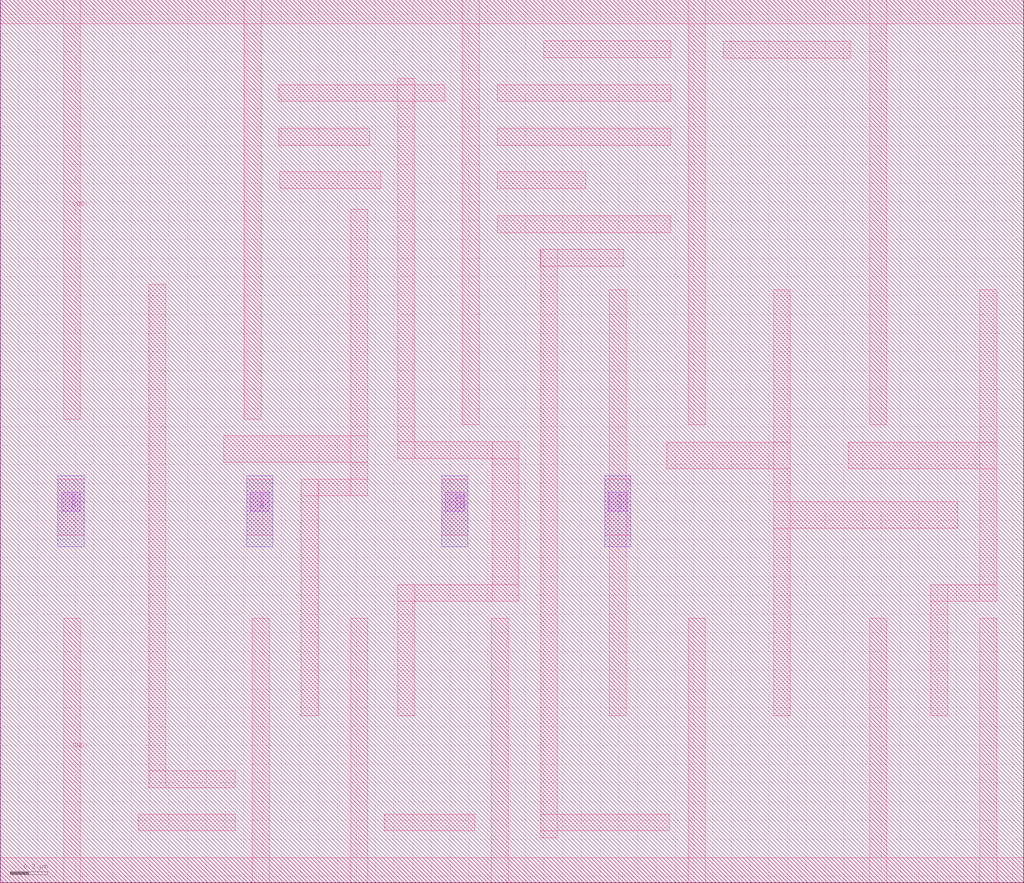
<source format=lef>
NAMESCASESENSITIVE ON ;
BUSBITCHARS "[]" ;

UNITS
  DATABASE MICRONS 1000 ;
END UNITS

MANUFACTURINGGRID 0.001 ;

DIVIDERCHAR "/" ;

LAYER M1
  TYPE ROUTING ;
  DIRECTION HORIZONTAL ;
  PITCH 0.26 0.26 ;
  WIDTH 0.14 ;
  AREA 0.042 ;
  SPACING 0.09 ;
  SPACING 0.19 RANGE 1.76 4 ;
  SPACING 0.29 RANGE 4 8 ;
  SPACING 1.05 RANGE 8 25 ;
  SPACING 1.85 RANGE 25 100000 ;
END M1

LAYER V1
  TYPE CUT ;
END V1

LAYER M2
  TYPE ROUTING ;
  DIRECTION VERTICAL ;
  PITCH 0.26 0.26 ;
  WIDTH 0.14 ;
  AREA 0.052 ;
  SPACING 0.1 ;
  SPACING 0.19 RANGE 1.76 4 ;
  SPACING 0.29 RANGE 4 8 ;
  SPACING 1.05 RANGE 8 25 ;
  SPACING 1.85 RANGE 25 100000 ;
END M2

LAYER V2
  TYPE CUT ;
END V2

LAYER M3
  TYPE ROUTING ;
  DIRECTION HORIZONTAL ;
  PITCH 0.26 0.26 ;
  WIDTH 0.14 ;
  AREA 0.052 ;
  SPACING 0.1 ;
  SPACING 0.19 RANGE 1.76 4 ;
  SPACING 0.29 RANGE 4 8 ;
  SPACING 1.05 RANGE 8 25 ;
  SPACING 1.85 RANGE 25 100000 ;
END M3

LAYER V3
  TYPE CUT ;
END V3

LAYER M4
  TYPE ROUTING ;
  DIRECTION VERTICAL ;
  PITCH 0.26 0.26 ;
  WIDTH 0.14 ;
  AREA 0.052 ;
  SPACING 0.1 ;
  SPACING 0.19 RANGE 1.76 4 ;
  SPACING 0.29 RANGE 4 8 ;
  SPACING 1.05 RANGE 8 25 ;
  SPACING 1.85 RANGE 25 100000 ;
END M4

LAYER V4
  TYPE CUT ;
END V4

LAYER M5
  TYPE ROUTING ;
  DIRECTION HORIZONTAL ;
  PITCH 0.26 0.26 ;
  WIDTH 0.14 ;
  AREA 0.052 ;
  SPACING 0.1 ;
  SPACING 0.19 RANGE 1.76 4 ;
  SPACING 0.29 RANGE 4 8 ;
  SPACING 1.05 RANGE 8 25 ;
  SPACING 1.85 RANGE 25 100000 ;
END M5

LAYER V5
  TYPE CUT ;
END V5

LAYER M6
  TYPE ROUTING ;
  DIRECTION VERTICAL ;
  PITCH 0.26 0.26 ;
  WIDTH 0.14 ;
  AREA 0.052 ;
  SPACING 0.1 ;
  SPACING 0.19 RANGE 1.76 4 ;
  SPACING 0.29 RANGE 4 8 ;
  SPACING 1.05 RANGE 8 25 ;
  SPACING 1.85 RANGE 25 100000 ;
  END M6

LAYER OVERLAP
  TYPE OVERLAP ;
END OVERLAP

SPACING
  SAMENET M1  M1    0.09 STACK ;
  SAMENET M2  M2    0.1 STACK ;
  SAMENET M3  M3    0.1 STACK ;
  SAMENET M4  M4    0.1 STACK ;
  SAMENET M5  M5    0.1 STACK ;
  SAMENET M6  M6    0.1 STACK ;
  SAMENET V1  V1    0.1 ;
  SAMENET V2  V2    0.1 ;
  SAMENET V3  V3    0.1 ;
  SAMENET V4  V4    0.1 ;
  SAMENET V5  V5    0.1 ;
  SAMENET V1  V2    0.00 STACK ;
  SAMENET V2  V3    0.00 STACK ;
  SAMENET V3  V4    0.00 STACK ;
  SAMENET V4  V5    0.00 STACK ;
  SAMENET V1  V3    0.00 STACK ;
  SAMENET V2  V4    0.00 STACK ;
  SAMENET V3  V5    0.00 STACK ;
  SAMENET V1  V4    0.00 STACK ;
  SAMENET V2  V5    0.00 STACK ;
  SAMENET V1  V5    0.00 STACK ;
END SPACING


VIA via5 DEFAULT
  LAYER M5 ;
    RECT -0.07 -0.07 0.07 0.07 ;
  LAYER V5 ;
    RECT -0.05 -0.05 0.05 0.05 ;
  LAYER M6 ;
    RECT -0.07 -0.07 0.07 0.07 ;
END via5

VIA via4 DEFAULT
  LAYER M4 ;
    RECT -0.07 -0.07 0.07 0.07 ;
  LAYER V4 ;
    RECT -0.05 -0.05 0.05 0.05 ;
  LAYER M5 ;
    RECT -0.07 -0.07 0.07 0.07 ;
END via4

VIA via3 DEFAULT
  LAYER M4 ;
    RECT -0.07 -0.07 0.07 0.07 ;
  LAYER V3 ;
    RECT -0.05 -0.05 0.05 0.05 ;
  LAYER M3 ;
    RECT -0.07 -0.07 0.07 0.07 ;
END via3

VIA via2 DEFAULT
  LAYER M3 ;
    RECT -0.07 -0.07 0.07 0.07 ;
  LAYER V2 ;
    RECT -0.05 -0.05 0.05 0.05 ;
  LAYER M2 ;
    RECT -0.07 -0.07 0.07 0.07 ;
END via2

VIA via1 DEFAULT
  LAYER M2 ;
    RECT -0.07 -0.07 0.07 0.07 ;
  LAYER V1 ;
    RECT -0.05 -0.05 0.05 0.05 ;
  LAYER M1 ;
    RECT -0.07 -0.07 0.07 0.07 ;
END via1


VIARULE via1Array GENERATE
  LAYER M1 ;
  DIRECTION HORIZONTAL ;
  OVERHANG 0.045 ;
    METALOVERHANG 0 ;
  LAYER M2 ;
  DIRECTION VERTICAL ;
    OVERHANG 0.045 ;
    METALOVERHANG 0 ;
  LAYER V1 ;
    RECT -0.05 -0.05 0.05 0.05 ;
    SPACING 0.2 BY 0.2 ;
END via1Array


VIARULE via2Array GENERATE
  LAYER M3 ;
    DIRECTION HORIZONTAL ;
    OVERHANG 0.03 ;
    METALOVERHANG 0 ;
  LAYER M2 ;
  DIRECTION VERTICAL ;
    OVERHANG 0.03 ;
    METALOVERHANG 0 ;
  LAYER V2 ;
    RECT -0.05 -0.05 0.05 0.05 ;
    SPACING 0.2 BY 0.2 ;
END via2Array


VIARULE via3Array GENERATE
  LAYER M3 ;
    DIRECTION HORIZONTAL ;
    OVERHANG 0.03 ;
    METALOVERHANG 0 ;
  LAYER M4 ;
    DIRECTION VERTICAL ;
    OVERHANG 0.03 ;
    METALOVERHANG 0 ;
  LAYER V3 ;
    RECT -0.05 -0.05 0.05 0.05 ;
    SPACING 0.2 BY 0.2 ;
END via3Array

VIARULE via4Array GENERATE
  LAYER M5 ;
    DIRECTION HORIZONTAL ;
    OVERHANG 0.03 ;
    METALOVERHANG 0 ;
  LAYER M4 ;
    DIRECTION VERTICAL ;
    OVERHANG 0.03 ;
    METALOVERHANG 0 ;
  LAYER V4 ;
    RECT -0.05 -0.05 0.05 0.05 ;
    SPACING 0.2 BY 0.2 ;
END via4Array

VIARULE via5Array GENERATE
  LAYER M5 ;
    DIRECTION HORIZONTAL ;
    OVERHANG 0.03 ;
    METALOVERHANG 0 ;
  LAYER M6 ;
    DIRECTION VERTICAL ;
    OVERHANG 0.045 ;
    METALOVERHANG 0 ;
  LAYER V5 ;
    RECT -0.05 -0.05 0.05 0.05 ;
    SPACING 0.2 BY 0.2 ;
END via5Array

VIARULE TURNM1 GENERATE
  LAYER M1 ;
    DIRECTION HORIZONTAL ;
  LAYER M1 ;
    DIRECTION VERTICAL ;
END TURNM1

VIARULE TURNM2 GENERATE
  LAYER M2 ;
    DIRECTION HORIZONTAL ;
  LAYER M2 ;
    DIRECTION VERTICAL ;
END TURNM2

VIARULE TURNM3 GENERATE
  LAYER M3 ;
    DIRECTION HORIZONTAL ;
  LAYER M3 ;
    DIRECTION VERTICAL ;
END TURNM3

VIARULE TURNM4 GENERATE
  LAYER M4 ;
    DIRECTION HORIZONTAL ;
  LAYER M4 ;
    DIRECTION VERTICAL ;
END TURNM4

VIARULE TURNM5 GENERATE
  LAYER M5 ;
    DIRECTION HORIZONTAL ;
  LAYER M5 ;
    DIRECTION VERTICAL ;
END TURNM5

VIARULE TURNM6 GENERATE
  LAYER M6 ;
    DIRECTION HORIZONTAL ;
  LAYER M6 ;
    DIRECTION VERTICAL ;
END TURNM6


SITE  CoreSite
    CLASS       CORE ;
    SYMMETRY    Y ;
    SYMMETRY    X ;
    SIZE        0.260 BY 4.71 ;
END  CoreSite

SITE  TDCoverSite
    CLASS       CORE ;
    SIZE        0.0500 BY 0.0500 ;
END  TDCoverSite

SITE  SBlockSite
    CLASS       CORE ;
    SIZE        0.0500 BY 0.0500 ;
END  SBlockSite

SITE  PortCellSite
    CLASS       PAD ;
    SIZE        0.0500 BY 0.0500 ;
END  PortCellSite

SITE  Core
    CLASS       CORE ;
    SYMMETRY    Y ;
    SYMMETRY    X ;
    SIZE        0.260 BY 4.71 ;
END  Core




MACRO AOI21
  CLASS CORE ;
  ORIGIN 0 2.033 ;
  FOREIGN AOI21 0 -2.033 ;
  SIZE 2.08 BY 4.71 ;
  SYMMETRY X Y ;
  SITE CoreSite ;
  PIN A
    DIRECTION INPUT ;
    USE SIGNAL ;
    PORT
      LAYER M1 ;
        RECT 0.86 -0.179 1 0.121 ;
      LAYER M2 ;
        RECT 0.86 -0.24 1 0.14 ;
      LAYER V1 ;
        RECT 0.88 -0.05 0.98 0.05 ;
    END
  END A
  PIN B
    DIRECTION INPUT ;
    USE SIGNAL ;
    PORT
      LAYER M1 ;
        RECT 0.348 -0.179 0.488 0.121 ;
      LAYER M2 ;
        RECT 0.348 -0.24 0.488 0.14 ;
      LAYER V1 ;
        RECT 0.368 -0.05 0.468 0.05 ;
    END
  END B
  PIN C
    DIRECTION INPUT ;
    USE SIGNAL ;
    PORT
      LAYER M1 ;
        RECT 1.372 -0.179 1.512 0.121 ;
      LAYER M2 ;
        RECT 1.372 -0.24 1.512 0.14 ;
      LAYER V1 ;
        RECT 1.392 -0.05 1.492 0.05 ;
    END
  END C
  PIN OUT
    DIRECTION OUTPUT ;
    USE SIGNAL ;
    PORT
      LAYER M1 ;
        RECT 1.655 -0.179 1.795 0.121 ;
        RECT 1.68 -0.532 1.77 1.161 ;
        RECT 1.238 -0.532 1.77 -0.442 ;
        RECT 1.238 -1.142 1.328 -0.442 ;
      LAYER M2 ;
        RECT 1.655 -0.24 1.795 0.14 ;
      LAYER V1 ;
        RECT 1.675 -0.05 1.775 0.05 ;
    END
  END OUT
  PIN GND!
    DIRECTION INOUT ;
    USE GROUND ;
    SHAPE ABUTMENT ;
    PORT
      LAYER M1 ;
        RECT 0 -2.033 2.08 -1.898 ;
        RECT 1.683 -2.033 1.773 -0.622 ;
        RECT 0.361 -2.033 0.451 -0.622 ;
    END
  END GND!
  PIN VDD!
    DIRECTION INOUT ;
    USE POWER ;
    SHAPE ABUTMENT ;
    PORT
      LAYER M1 ;
        RECT 0 2.549 2.08 2.677 ;
        RECT 0.765 0.441 0.855 2.677 ;
    END
  END VDD!
  OBS
    LAYER M1 ;
      RECT 1.278 0.261 1.368 1.161 ;
      RECT 0.375 0.261 0.465 1.161 ;
      RECT 0.375 0.261 1.368 0.351 ;
  END
  
END AOI21

MACRO AOI22
  CLASS CORE ;
  ORIGIN 0 2.033 ;
  FOREIGN AOI22 0 -2.033 ;
  SIZE 2.6 BY 4.71 ;
  SYMMETRY X Y ;
  SITE CoreSite ;
  PIN A
    DIRECTION INPUT ;
    USE SIGNAL ;
    PORT
      LAYER M1 ;
        RECT 0.86 -0.179 1 0.121 ;
      LAYER M2 ;
        RECT 0.86 -0.24 1 0.14 ;
      LAYER V1 ;
        RECT 0.88 -0.05 0.98 0.05 ;
    END
  END A
  PIN B
    DIRECTION INPUT ;
    USE SIGNAL ;
    PORT
      LAYER M1 ;
        RECT 0.348 -0.179 0.488 0.121 ;
      LAYER M2 ;
        RECT 0.348 -0.24 0.488 0.14 ;
      LAYER V1 ;
        RECT 0.368 -0.05 0.468 0.05 ;
    END
  END B
  PIN C
    DIRECTION INPUT ;
    USE SIGNAL ;
    PORT
      LAYER M1 ;
        RECT 1.372 -0.179 1.512 0.121 ;
      LAYER M2 ;
        RECT 1.372 -0.24 1.512 0.14 ;
      LAYER V1 ;
        RECT 1.392 -0.05 1.492 0.05 ;
    END
  END C
  PIN D
    DIRECTION INPUT ;
    USE SIGNAL ;
    PORT
      LAYER M1 ;
        RECT 2.154 -0.179 2.294 0.121 ;
      LAYER M2 ;
        RECT 2.154 -0.24 2.294 0.14 ;
      LAYER V1 ;
        RECT 2.174 -0.05 2.274 0.05 ;
    END
  END D
  PIN OUT
    DIRECTION OUTPUT ;
    USE SIGNAL ;
    PORT
      LAYER M1 ;
        RECT 1.643 -0.179 1.783 0.121 ;
        RECT 1.673 -0.532 1.763 1.161 ;
        RECT 1.265 -0.532 1.763 -0.442 ;
        RECT 1.265 -1.142 1.355 -0.442 ;
      LAYER M2 ;
        RECT 1.643 -0.24 1.783 0.14 ;
      LAYER V1 ;
        RECT 1.663 -0.05 1.763 0.05 ;
    END
  END OUT
  PIN GND!
    DIRECTION INOUT ;
    USE GROUND ;
    SHAPE ABUTMENT ;
    PORT
      LAYER M1 ;
        RECT 0 -2.033 2.6 -1.898 ;
        RECT 2.192 -2.033 2.282 -0.622 ;
        RECT 0.361 -2.033 0.451 -0.622 ;
    END
  END GND!
  PIN VDD!
    DIRECTION INOUT ;
    USE POWER ;
    SHAPE ABUTMENT ;
    PORT
      LAYER M1 ;
        RECT 0 2.549 2.6 2.677 ;
        RECT 0.854 0.441 0.944 2.677 ;
    END
  END VDD!
  OBS
    LAYER M1 ;
      RECT 1.292 1.993 2.307 2.083 ;
      RECT 2.217 0.441 2.307 2.083 ;
      RECT 1.292 0.258 1.382 2.083 ;
      RECT 0.369 0.258 0.459 1.161 ;
      RECT 0.369 0.258 1.382 0.348 ;
  END
  
END AOI22

MACRO DFF
  CLASS CORE ;
  ORIGIN 0 2.033 ;
  FOREIGN DFF 0 -2.033 ;
  SIZE 5.46 BY 4.71 ;
  SYMMETRY X Y ;
  SITE CoreSite ;
  PIN CLK
    DIRECTION INPUT ;
    USE SIGNAL ;
    PORT
      LAYER M1 ;
        RECT 2.355 -0.179 2.495 0.121 ;
      LAYER M2 ;
        RECT 2.355 -0.24 2.495 0.14 ;
      LAYER V1 ;
        RECT 2.375 -0.05 2.475 0.05 ;
    END
  END CLK
  PIN D
    DIRECTION INPUT ;
    USE SIGNAL ;
    PORT
      LAYER M1 ;
        RECT 0.308 -0.179 0.448 0.121 ;
      LAYER M2 ;
        RECT 0.308 -0.24 0.448 0.14 ;
      LAYER V1 ;
        RECT 0.328 -0.05 0.428 0.05 ;
    END
  END D
  PIN Q
    DIRECTION OUTPUT ;
    USE SIGNAL ;
    PORT
      LAYER M1 ;
        RECT 3.224 -0.179 3.364 0.121 ;
        RECT 3.249 -1.142 3.339 1.13 ;
      LAYER M2 ;
        RECT 3.224 -0.24 3.364 0.14 ;
      LAYER V1 ;
        RECT 3.244 -0.05 3.344 0.05 ;
    END
  END Q
  PIN R
    DIRECTION INPUT ;
    USE SIGNAL ;
    PORT
      LAYER M1 ;
        RECT 1.314 -0.179 1.454 0.121 ;
      LAYER M2 ;
        RECT 1.314 -0.24 1.454 0.14 ;
      LAYER V1 ;
        RECT 1.334 -0.05 1.434 0.05 ;
    END
  END R
  PIN GND!
    DIRECTION INOUT ;
    USE GROUND ;
    SHAPE ABUTMENT ;
    PORT
      LAYER M1 ;
        RECT 0 -2.033 5.46 -1.898 ;
        RECT 5.225 -2.033 5.315 -0.622 ;
        RECT 4.639 -2.033 4.729 -0.622 ;
        RECT 3.671 -2.033 3.761 -0.622 ;
        RECT 2.62 -2.033 2.71 -0.622 ;
        RECT 1.869 -2.033 1.959 -0.622 ;
        RECT 1.344 -2.033 1.434 -0.622 ;
        RECT 0.338 -2.033 0.428 -0.622 ;
    END
  END GND!
  PIN VDD!
    DIRECTION INOUT ;
    USE POWER ;
    SHAPE ABUTMENT ;
    PORT
      LAYER M1 ;
        RECT 0 2.549 5.46 2.677 ;
        RECT 4.639 0.41 4.729 2.677 ;
        RECT 3.671 0.41 3.761 2.677 ;
        RECT 2.465 0.41 2.555 2.677 ;
        RECT 1.301 0.441 1.391 2.677 ;
        RECT 0.338 0.441 0.428 2.677 ;
    END
  END VDD!
  OBS
    LAYER M1 ;
      RECT 5.225 -0.532 5.315 1.13 ;
      RECT 4.524 0.177 5.315 0.317 ;
      RECT 4.963 -0.532 5.315 -0.442 ;
      RECT 4.963 -1.142 5.053 -0.442 ;
      RECT 4.125 -1.142 4.215 1.13 ;
      RECT 3.556 0.177 4.215 0.317 ;
      RECT 4.125 -0.141 5.108 -0.001 ;
      RECT 2.881 1.256 3.327 1.346 ;
      RECT 2.882 -1.791 2.972 1.346 ;
      RECT 2.882 -1.756 3.569 -1.666 ;
      RECT 2.12 0.23 2.21 2.26 ;
      RECT 1.485 2.135 2.37 2.225 ;
      RECT 2.12 0.23 2.765 0.32 ;
      RECT 2.625 -0.532 2.765 0.32 ;
      RECT 2.12 -0.532 2.765 -0.442 ;
      RECT 2.12 -1.142 2.21 -0.442 ;
      RECT 1.869 0.031 1.959 1.561 ;
      RECT 1.191 0.211 1.959 0.351 ;
      RECT 1.606 0.031 1.959 0.121 ;
      RECT 1.606 -1.142 1.696 0.121 ;
      RECT 0.792 -1.526 0.882 1.161 ;
      RECT 0.792 -1.526 1.254 -1.436 ;
      RECT 3.857 2.367 4.534 2.457 ;
      RECT 2.65 1.436 3.577 1.526 ;
      RECT 2.65 1.902 3.577 1.992 ;
      RECT 2.65 2.135 3.577 2.225 ;
      RECT 2.9 2.368 3.577 2.458 ;
      RECT 2.65 1.669 3.123 1.759 ;
      RECT 2.049 -1.756 2.53 -1.666 ;
      RECT 1.49 1.669 2.03 1.759 ;
      RECT 1.485 1.902 1.971 1.992 ;
      RECT 0.737 -1.756 1.254 -1.666 ;
  END
  
END DFF

MACRO INVERTER
  CLASS CORE ;
  ORIGIN 0 2.033 ;
  FOREIGN INVERTER 0 -2.033 ;
  SIZE 1.04 BY 4.71 ;
  SYMMETRY X Y ;
  SITE CoreSite ;
  PIN IN
    DIRECTION INPUT ;
    USE SIGNAL ;
    PORT
      LAYER M1 ;
        RECT 0.348 -0.179 0.488 0.121 ;
      LAYER M2 ;
        RECT 0.348 -0.24 0.488 0.14 ;
      LAYER V1 ;
        RECT 0.368 -0.05 0.468 0.05 ;
    END
  END IN
  PIN OUT
    DIRECTION OUTPUT ;
    USE SIGNAL ;
    PORT
      LAYER M1 ;
        RECT 0.621 -0.179 0.761 0.121 ;
        RECT 0.646 -1.142 0.736 1.161 ;
      LAYER M2 ;
        RECT 0.621 -0.24 0.761 0.14 ;
      LAYER V1 ;
        RECT 0.641 -0.05 0.741 0.05 ;
    END
  END OUT
  PIN GND!
    DIRECTION INOUT ;
    USE GROUND ;
    SHAPE ABUTMENT ;
    PORT
      LAYER M1 ;
        RECT 0 -2.033 1.04 -1.898 ;
        RECT 0.341 -2.033 0.431 -0.622 ;
    END
  END GND!
  PIN VDD!
    DIRECTION INOUT ;
    USE POWER ;
    SHAPE ABUTMENT ;
    PORT
      LAYER M1 ;
        RECT 0 2.549 1.04 2.677 ;
        RECT 0.341 0.441 0.431 2.677 ;
    END
  END VDD!
  
END INVERTER

MACRO MUX21
  CLASS CORE ;
  ORIGIN 0 1.823 ;
  FOREIGN MUX21 0 -1.823 ;
  SIZE 3.12 BY 4.5 ;
  SYMMETRY X Y ;
  SITE CoreSite ;
  PIN A
    DIRECTION INPUT ;
    USE SIGNAL ;
    PORT
      LAYER M1 ;
        RECT 1.133 -0.107 1.319 0.121 ;
      LAYER M2 ;
        RECT 1.133 -0.14 1.319 0.14 ;
      LAYER V1 ;
        RECT 1.15 -0.05 1.25 0.05 ;
    END
  END A
  PIN B
    DIRECTION INPUT ;
    USE SIGNAL ;
    PORT
      LAYER M1 ;
        RECT 2.156 -0.107 2.342 0.121 ;
      LAYER M2 ;
        RECT 2.156 -0.14 2.342 0.14 ;
      LAYER V1 ;
        RECT 2.173 -0.05 2.273 0.05 ;
    END
  END B
  PIN OUT
    DIRECTION OUTPUT ;
    USE SIGNAL ;
    PORT
      LAYER M1 ;
        RECT 2.696 -0.107 2.882 0.121 ;
        RECT 2.705 -0.931 2.795 1.161 ;
      LAYER M2 ;
        RECT 2.696 -0.14 2.882 0.14 ;
      LAYER V1 ;
        RECT 2.696 -0.05 2.796 0.05 ;
    END
  END OUT
  PIN S
    DIRECTION INPUT ;
    USE SIGNAL ;
    PORT
      LAYER M1 ;
        RECT 0.621 -0.107 0.807 0.121 ;
      LAYER M2 ;
        RECT 0.621 -0.14 0.807 0.14 ;
      LAYER V1 ;
        RECT 0.638 -0.05 0.738 0.05 ;
    END
  END S
  PIN GND!
    DIRECTION INOUT ;
    USE GROUND ;
    SHAPE ABUTMENT ;
    PORT
      LAYER M1 ;
        RECT 0 -1.823 3.12 -1.688 ;
        RECT 2.282 -1.823 2.372 -0.411 ;
        RECT 0.754 -1.823 0.844 -0.411 ;
    END
  END GND!
  PIN VDD!
    DIRECTION INOUT ;
    USE POWER ;
    SHAPE ABUTMENT ;
    PORT
      LAYER M1 ;
        RECT 0 2.549 3.12 2.677 ;
        RECT 2.276 0.441 2.366 2.677 ;
        RECT 0.856 0.441 0.946 2.677 ;
    END
  END VDD!
  OBS
    LAYER M1 ;
      RECT 1.698 -1.515 1.788 1.161 ;
      RECT 0.369 -1.433 0.459 2.062 ;
  END
  
END MUX21

MACRO NAND2
  CLASS CORE ;
  ORIGIN 0 2.033 ;
  FOREIGN NAND2 0 -2.033 ;
  SIZE 1.56 BY 4.71 ;
  SYMMETRY X Y ;
  SITE CoreSite ;
  PIN A
    DIRECTION INPUT ;
    USE SIGNAL ;
    PORT
      LAYER M1 ;
        RECT 0.799 -0.179 0.939 0.121 ;
      LAYER M2 ;
        RECT 0.799 -0.24 0.939 0.14 ;
      LAYER V1 ;
        RECT 0.819 -0.05 0.919 0.05 ;
    END
  END A
  PIN B
    DIRECTION INPUT ;
    USE SIGNAL ;
    PORT
      LAYER M1 ;
        RECT 0.348 -0.179 0.488 0.121 ;
      LAYER M2 ;
        RECT 0.348 -0.24 0.488 0.14 ;
      LAYER V1 ;
        RECT 0.368 -0.05 0.468 0.05 ;
    END
  END B
  PIN OUT
    DIRECTION OUTPUT ;
    USE SIGNAL ;
    PORT
      LAYER M1 ;
        RECT 1.082 -0.179 1.222 0.121 ;
        RECT 1.103 -1.142 1.193 1.131 ;
        RECT 0.341 0.211 1.193 0.301 ;
        RECT 0.341 0.211 0.431 1.131 ;
      LAYER M2 ;
        RECT 1.082 -0.24 1.222 0.14 ;
      LAYER V1 ;
        RECT 1.102 -0.05 1.202 0.05 ;
    END
  END OUT
  PIN GND!
    DIRECTION INOUT ;
    USE GROUND ;
    SHAPE ABUTMENT ;
    PORT
      LAYER M1 ;
        RECT 0 -2.033 1.56 -1.898 ;
        RECT 0.341 -2.033 0.431 -0.622 ;
    END
  END GND!
  PIN VDD!
    DIRECTION INOUT ;
    USE POWER ;
    SHAPE ABUTMENT ;
    PORT
      LAYER M1 ;
        RECT 0 2.549 1.56 2.677 ;
        RECT 0.725 0.411 0.815 2.677 ;
    END
  END VDD!
  
END NAND2

MACRO NAND3
  CLASS CORE ;
  ORIGIN 0 2.033 ;
  FOREIGN NAND3 0 -2.033 ;
  SIZE 2.08 BY 4.71 ;
  SYMMETRY X Y ;
  SITE CoreSite ;
  PIN A
    DIRECTION INPUT ;
    USE SIGNAL ;
    PORT
      LAYER M1 ;
        RECT 1.372 -0.179 1.512 0.121 ;
      LAYER M2 ;
        RECT 1.372 -0.24 1.512 0.14 ;
      LAYER V1 ;
        RECT 1.392 -0.05 1.492 0.05 ;
    END
  END A
  PIN B
    DIRECTION INPUT ;
    USE SIGNAL ;
    PORT
      LAYER M1 ;
        RECT 0.86 -0.179 1 0.121 ;
      LAYER M2 ;
        RECT 0.86 -0.24 1 0.14 ;
      LAYER V1 ;
        RECT 0.88 -0.05 0.98 0.05 ;
    END
  END B
  PIN C
    DIRECTION INPUT ;
    USE SIGNAL ;
    PORT
      LAYER M1 ;
        RECT 0.348 -0.179 0.488 0.121 ;
      LAYER M2 ;
        RECT 0.348 -0.24 0.488 0.14 ;
      LAYER V1 ;
        RECT 0.368 -0.05 0.468 0.05 ;
    END
  END C
  PIN OUT
    DIRECTION OUTPUT ;
    USE SIGNAL ;
    PORT
      LAYER M1 ;
        RECT 1.655 -0.179 1.795 0.121 ;
        RECT 1.679 -1.142 1.769 1.161 ;
        RECT 0.85 0.211 1.769 0.301 ;
        RECT 0.85 0.211 0.94 1.161 ;
      LAYER M2 ;
        RECT 1.655 -0.24 1.795 0.14 ;
      LAYER V1 ;
        RECT 1.675 -0.05 1.775 0.05 ;
    END
  END OUT
  PIN GND!
    DIRECTION INOUT ;
    USE GROUND ;
    SHAPE ABUTMENT ;
    PORT
      LAYER M1 ;
        RECT 0 -2.033 2.08 -1.898 ;
        RECT 0.377 -2.033 0.467 -0.622 ;
    END
  END GND!
  PIN VDD!
    DIRECTION INOUT ;
    USE POWER ;
    SHAPE ABUTMENT ;
    PORT
      LAYER M1 ;
        RECT 0 2.549 2.08 2.677 ;
        RECT 1.239 0.441 1.329 2.677 ;
        RECT 0.369 0.441 0.459 2.677 ;
    END
  END VDD!
  
END NAND3

MACRO NAND4
  CLASS CORE ;
  ORIGIN 0 2.033 ;
  FOREIGN NAND4 0 -2.033 ;
  SIZE 2.6 BY 4.71 ;
  SYMMETRY X Y ;
  SITE CoreSite ;
  PIN A
    DIRECTION INPUT ;
    USE SIGNAL ;
    PORT
      LAYER M1 ;
        RECT 1.884 -0.179 2.024 0.121 ;
      LAYER M2 ;
        RECT 1.884 -0.24 2.024 0.14 ;
      LAYER V1 ;
        RECT 1.904 -0.05 2.004 0.05 ;
    END
  END A
  PIN B
    DIRECTION INPUT ;
    USE SIGNAL ;
    PORT
      LAYER M1 ;
        RECT 1.372 -0.179 1.512 0.121 ;
      LAYER M2 ;
        RECT 1.372 -0.24 1.512 0.14 ;
      LAYER V1 ;
        RECT 1.392 -0.05 1.492 0.05 ;
    END
  END B
  PIN C
    DIRECTION INPUT ;
    USE SIGNAL ;
    PORT
      LAYER M1 ;
        RECT 0.86 -0.179 1 0.121 ;
      LAYER M2 ;
        RECT 0.86 -0.24 1 0.14 ;
      LAYER V1 ;
        RECT 0.88 -0.05 0.98 0.05 ;
    END
  END C
  PIN D
    DIRECTION INPUT ;
    USE SIGNAL ;
    PORT
      LAYER M1 ;
        RECT 0.348 -0.179 0.488 0.121 ;
      LAYER M2 ;
        RECT 0.348 -0.24 0.488 0.14 ;
      LAYER V1 ;
        RECT 0.368 -0.05 0.468 0.05 ;
    END
  END D
  PIN OUT
    DIRECTION OUTPUT ;
    USE SIGNAL ;
    PORT
      LAYER M1 ;
        RECT 2.167 -0.179 2.307 0.121 ;
        RECT 0.854 0.211 2.282 0.301 ;
        RECT 2.192 -1.142 2.282 0.301 ;
        RECT 1.747 0.211 1.837 1.161 ;
        RECT 0.854 0.211 0.944 1.161 ;
      LAYER M2 ;
        RECT 2.167 -0.24 2.307 0.14 ;
      LAYER V1 ;
        RECT 2.187 -0.05 2.287 0.05 ;
    END
  END OUT
  PIN GND!
    DIRECTION INOUT ;
    USE GROUND ;
    SHAPE ABUTMENT ;
    PORT
      LAYER M1 ;
        RECT 0 -2.033 2.6 -1.898 ;
        RECT 0.377 -2.033 0.467 -0.622 ;
    END
  END GND!
  PIN VDD!
    DIRECTION INOUT ;
    USE POWER ;
    SHAPE ABUTMENT ;
    PORT
      LAYER M1 ;
        RECT 0 2.549 2.6 2.677 ;
        RECT 2.212 0.441 2.302 2.677 ;
        RECT 1.365 0.441 1.455 2.677 ;
        RECT 0.369 0.441 0.459 2.677 ;
    END
  END VDD!
  
END NAND4

MACRO NOR2
  CLASS CORE ;
  ORIGIN 0 2.033 ;
  FOREIGN NOR2 0 -2.033 ;
  SIZE 1.56 BY 4.71 ;
  SYMMETRY X Y ;
  SITE CoreSite ;
  PIN A
    DIRECTION INPUT ;
    USE SIGNAL ;
    PORT
      LAYER M1 ;
        RECT 0.348 -0.179 0.488 0.121 ;
      LAYER M2 ;
        RECT 0.348 -0.24 0.488 0.14 ;
      LAYER V1 ;
        RECT 0.368 -0.05 0.468 0.05 ;
    END
  END A
  PIN B
    DIRECTION INPUT ;
    USE SIGNAL ;
    PORT
      LAYER M1 ;
        RECT 0.799 -0.179 0.939 0.121 ;
      LAYER M2 ;
        RECT 0.799 -0.24 0.939 0.14 ;
      LAYER V1 ;
        RECT 0.819 -0.05 0.919 0.05 ;
    END
  END B
  PIN OUT
    DIRECTION OUTPUT ;
    USE SIGNAL ;
    PORT
      LAYER M1 ;
        RECT 1.084 -0.179 1.224 0.121 ;
        RECT 1.102 -1.142 1.192 1.161 ;
        RECT 0.341 -0.532 1.192 -0.442 ;
        RECT 0.341 -1.142 0.431 -0.442 ;
      LAYER M2 ;
        RECT 1.084 -0.24 1.224 0.14 ;
      LAYER V1 ;
        RECT 1.102 -0.05 1.202 0.05 ;
    END
  END OUT
  PIN GND!
    DIRECTION INOUT ;
    USE GROUND ;
    SHAPE ABUTMENT ;
    PORT
      LAYER M1 ;
        RECT 0 -2.033 1.56 -1.898 ;
        RECT 0.726 -2.033 0.816 -0.622 ;
    END
  END GND!
  PIN VDD!
    DIRECTION INOUT ;
    USE POWER ;
    SHAPE ABUTMENT ;
    PORT
      LAYER M1 ;
        RECT 0 2.549 1.56 2.677 ;
        RECT 0.341 0.441 0.431 2.677 ;
    END
  END VDD!
  
END NOR2

MACRO NOR3
  CLASS CORE ;
  ORIGIN 0 2.033 ;
  FOREIGN NOR3 0 -2.033 ;
  SIZE 2.08 BY 4.71 ;
  SYMMETRY X Y ;
  SITE CoreSite ;
  PIN A
    DIRECTION INPUT ;
    USE SIGNAL ;
    PORT
      LAYER M1 ;
        RECT 0.348 -0.179 0.488 0.121 ;
      LAYER M2 ;
        RECT 0.348 -0.24 0.488 0.14 ;
      LAYER V1 ;
        RECT 0.368 -0.05 0.468 0.05 ;
    END
  END A
  PIN B
    DIRECTION INPUT ;
    USE SIGNAL ;
    PORT
      LAYER M1 ;
        RECT 0.86 -0.179 1 0.121 ;
      LAYER M2 ;
        RECT 0.86 -0.24 1 0.14 ;
      LAYER V1 ;
        RECT 0.88 -0.05 0.98 0.05 ;
    END
  END B
  PIN C
    DIRECTION INPUT ;
    USE SIGNAL ;
    PORT
      LAYER M1 ;
        RECT 1.372 -0.179 1.512 0.121 ;
      LAYER M2 ;
        RECT 1.372 -0.24 1.512 0.14 ;
      LAYER V1 ;
        RECT 1.392 -0.05 1.492 0.05 ;
    END
  END C
  PIN OUT
    DIRECTION OUTPUT ;
    USE SIGNAL ;
    PORT
      LAYER M1 ;
        RECT 1.655 -0.179 1.795 0.121 ;
        RECT 1.68 -1.142 1.77 1.161 ;
        RECT 0.856 -0.532 1.77 -0.442 ;
        RECT 0.856 -1.139 0.946 -0.442 ;
      LAYER M2 ;
        RECT 1.655 -0.24 1.795 0.14 ;
      LAYER V1 ;
        RECT 1.675 -0.05 1.775 0.05 ;
    END
  END OUT
  PIN GND!
    DIRECTION INOUT ;
    USE GROUND ;
    SHAPE ABUTMENT ;
    PORT
      LAYER M1 ;
        RECT 0 -2.033 2.08 -1.898 ;
        RECT 1.24 -2.033 1.33 -0.622 ;
        RECT 0.377 -2.033 0.467 -0.622 ;
    END
  END GND!
  PIN VDD!
    DIRECTION INOUT ;
    USE POWER ;
    SHAPE ABUTMENT ;
    PORT
      LAYER M1 ;
        RECT 0 2.549 2.08 2.677 ;
        RECT 0.369 0.441 0.459 2.677 ;
    END
  END VDD!
  
END NOR3

MACRO OAI21
  CLASS CORE ;
  ORIGIN 0 2.033 ;
  FOREIGN OAI21 0 -2.033 ;
  SIZE 2.08 BY 4.71 ;
  SYMMETRY X Y ;
  SITE CoreSite ;
  PIN A
    DIRECTION INPUT ;
    USE SIGNAL ;
    PORT
      LAYER M1 ;
        RECT 0.348 -0.179 0.488 0.121 ;
      LAYER M2 ;
        RECT 0.348 -0.24 0.488 0.14 ;
      LAYER V1 ;
        RECT 0.368 -0.05 0.468 0.05 ;
    END
  END A
  PIN B
    DIRECTION INPUT ;
    USE SIGNAL ;
    PORT
      LAYER M1 ;
        RECT 0.86 -0.179 1 0.121 ;
      LAYER M2 ;
        RECT 0.86 -0.24 1 0.14 ;
      LAYER V1 ;
        RECT 0.88 -0.05 0.98 0.05 ;
    END
  END B
  PIN C
    DIRECTION INPUT ;
    USE SIGNAL ;
    PORT
      LAYER M1 ;
        RECT 1.372 -0.179 1.512 0.121 ;
      LAYER M2 ;
        RECT 1.372 -0.24 1.512 0.14 ;
      LAYER V1 ;
        RECT 1.392 -0.05 1.492 0.05 ;
    END
  END C
  PIN OUT
    DIRECTION OUTPUT ;
    USE SIGNAL ;
    PORT
      LAYER M1 ;
        RECT 1.655 -0.107 1.795 0.121 ;
        RECT 1.269 0.211 1.77 0.301 ;
        RECT 1.68 -1.142 1.77 0.301 ;
        RECT 1.269 0.211 1.359 1.161 ;
      LAYER M2 ;
        RECT 1.655 -0.24 1.795 0.14 ;
      LAYER V1 ;
        RECT 1.675 -0.05 1.775 0.05 ;
    END
  END OUT
  PIN GND!
    DIRECTION INOUT ;
    USE GROUND ;
    SHAPE ABUTMENT ;
    PORT
      LAYER M1 ;
        RECT 0 -2.033 2.08 -1.898 ;
        RECT 0.854 -2.033 0.944 -0.622 ;
    END
  END GND!
  PIN VDD!
    DIRECTION INOUT ;
    USE POWER ;
    SHAPE ABUTMENT ;
    PORT
      LAYER M1 ;
        RECT 0 2.549 2.08 2.677 ;
        RECT 1.701 0.441 1.791 2.677 ;
        RECT 0.369 0.441 0.459 2.677 ;
    END
  END VDD!
  OBS
    LAYER M1 ;
      RECT 0.377 -0.532 1.329 -0.442 ;
      RECT 1.239 -1.142 1.329 -0.442 ;
      RECT 0.377 -1.142 0.467 -0.442 ;
  END
  
END OAI21

MACRO OAI22
  CLASS CORE ;
  ORIGIN 0 2.033 ;
  FOREIGN OAI22 0 -2.033 ;
  SIZE 2.6 BY 4.71 ;
  SYMMETRY X Y ;
  SITE CoreSite ;
  PIN A
    DIRECTION INPUT ;
    USE SIGNAL ;
    PORT
      LAYER M1 ;
        RECT 2.154 -0.179 2.294 0.121 ;
      LAYER M2 ;
        RECT 2.154 -0.24 2.294 0.14 ;
      LAYER V1 ;
        RECT 2.174 -0.05 2.274 0.05 ;
    END
  END A
  PIN B
    DIRECTION INPUT ;
    USE SIGNAL ;
    PORT
      LAYER M1 ;
        RECT 0.348 -0.179 0.488 0.121 ;
      LAYER M2 ;
        RECT 0.348 -0.24 0.488 0.14 ;
      LAYER V1 ;
        RECT 0.368 -0.05 0.468 0.05 ;
    END
  END B
  PIN C
    DIRECTION INPUT ;
    USE SIGNAL ;
    PORT
      LAYER M1 ;
        RECT 1.372 -0.179 1.512 0.121 ;
      LAYER M2 ;
        RECT 1.372 -0.24 1.512 0.14 ;
      LAYER V1 ;
        RECT 1.392 -0.05 1.492 0.05 ;
    END
  END C
  PIN D
    DIRECTION INPUT ;
    USE SIGNAL ;
    PORT
      LAYER M1 ;
        RECT 0.86 -0.179 1 0.121 ;
      LAYER M2 ;
        RECT 0.86 -0.24 1 0.14 ;
      LAYER V1 ;
        RECT 0.88 -0.05 0.98 0.05 ;
    END
  END D
  PIN OUT
    DIRECTION OUTPUT ;
    USE SIGNAL ;
    PORT
      LAYER M1 ;
        RECT 1.657 -0.179 1.797 0.121 ;
        RECT 1.289 0.211 1.773 0.301 ;
        RECT 1.683 -1.142 1.773 0.301 ;
        RECT 1.289 0.211 1.379 1.161 ;
      LAYER M2 ;
        RECT 1.657 -0.24 1.797 0.14 ;
      LAYER V1 ;
        RECT 1.677 -0.05 1.777 0.05 ;
    END
  END OUT
  PIN GND!
    DIRECTION INOUT ;
    USE GROUND ;
    SHAPE ABUTMENT ;
    PORT
      LAYER M1 ;
        RECT 0 -2.033 2.6 -1.898 ;
        RECT 0.765 -2.033 0.855 -0.622 ;
    END
  END GND!
  PIN VDD!
    DIRECTION INOUT ;
    USE POWER ;
    SHAPE ABUTMENT ;
    PORT
      LAYER M1 ;
        RECT 0 2.549 2.6 2.677 ;
        RECT 2.218 0.441 2.308 2.677 ;
        RECT 0.369 0.441 0.459 2.677 ;
    END
  END VDD!
  OBS
    LAYER M1 ;
      RECT 0.377 -0.532 1.363 -0.442 ;
      RECT 1.273 -1.447 1.363 -0.442 ;
      RECT 0.377 -1.142 0.467 -0.442 ;
      RECT 2.191 -1.447 2.281 -0.622 ;
      RECT 1.273 -1.447 2.281 -1.357 ;
  END
  
END OAI22

MACRO TRI_INV
  CLASS CORE ;
  ORIGIN 0 2.033 ;
  FOREIGN TRI_INV 0 -2.033 ;
  SIZE 2.34 BY 4.71 ;
  SYMMETRY X Y ;
  SITE CoreSite ;
  PIN EN
    DIRECTION INPUT ;
    USE SIGNAL ;
    PORT
      LAYER M1 ;
        RECT 0.618 -0.179 0.758 0.121 ;
      LAYER M2 ;
        RECT 0.618 -0.24 0.758 0.14 ;
      LAYER V1 ;
        RECT 0.638 -0.05 0.738 0.05 ;
    END
  END EN
  PIN IN
    DIRECTION INPUT ;
    USE SIGNAL ;
    PORT
      LAYER M1 ;
        RECT 1.13 -0.179 1.27 0.121 ;
      LAYER M2 ;
        RECT 1.13 -0.24 1.27 0.14 ;
      LAYER V1 ;
        RECT 1.15 -0.05 1.25 0.05 ;
    END
  END IN
  PIN OUT
    DIRECTION OUTPUT ;
    USE SIGNAL ;
    PORT
      LAYER M1 ;
        RECT 1.655 -0.179 1.795 0.121 ;
        RECT 1.68 -1.142 1.77 1.161 ;
      LAYER M2 ;
        RECT 1.655 -0.24 1.795 0.14 ;
      LAYER V1 ;
        RECT 1.675 -0.05 1.775 0.05 ;
    END
  END OUT
  PIN GND!
    DIRECTION INOUT ;
    USE GROUND ;
    SHAPE ABUTMENT ;
    PORT
      LAYER M1 ;
        RECT 0 -2.033 2.34 -1.898 ;
        RECT 0.751 -2.033 0.841 -0.622 ;
    END
  END GND!
  PIN VDD!
    DIRECTION INOUT ;
    USE POWER ;
    SHAPE ABUTMENT ;
    PORT
      LAYER M1 ;
        RECT 0 2.549 2.34 2.677 ;
        RECT 0.857 0.441 0.947 2.677 ;
    END
  END VDD!
  OBS
    LAYER M1 ;
      RECT 1.239 1.251 2.122 1.341 ;
      RECT 2.032 -1.637 2.122 1.341 ;
      RECT 1.239 0.441 1.329 1.341 ;
      RECT 1.241 -1.637 1.331 -0.622 ;
      RECT 1.241 -1.637 2.122 -1.547 ;
      RECT 0.275 -1.142 0.365 2.032 ;
  END
  
END TRI_INV

MACRO XOR2
  CLASS CORE ;
  ORIGIN 0 2.033 ;
  FOREIGN XOR2 0 -2.033 ;
  SIZE 3.12 BY 4.71 ;
  SYMMETRY X Y ;
  SITE CoreSite ;
  PIN A
    DIRECTION INPUT ;
    USE SIGNAL ;
    PORT
      LAYER M1 ;
        RECT 0.799 -0.179 0.939 0.121 ;
      LAYER M2 ;
        RECT 0.799 -0.24 0.939 0.14 ;
      LAYER V1 ;
        RECT 0.819 -0.05 0.919 0.05 ;
    END
  END A
  PIN B
    DIRECTION INPUT ;
    USE SIGNAL ;
    PORT
      LAYER M1 ;
        RECT 0.348 -0.179 0.488 0.121 ;
      LAYER M2 ;
        RECT 0.348 -0.24 0.488 0.14 ;
      LAYER V1 ;
        RECT 0.368 -0.05 0.468 0.05 ;
    END
  END B
  PIN OUT
    DIRECTION OUTPUT ;
    USE SIGNAL ;
    PORT
      LAYER M1 ;
        RECT 2.165 -0.179 2.305 0.121 ;
        RECT 2.188 -0.532 2.278 1.161 ;
        RECT 1.769 -0.532 2.278 -0.442 ;
        RECT 1.769 -1.142 1.859 -0.442 ;
      LAYER M2 ;
        RECT 2.165 -0.24 2.305 0.14 ;
      LAYER V1 ;
        RECT 2.185 -0.05 2.285 0.05 ;
    END
  END OUT
  PIN GND!
    DIRECTION INOUT ;
    USE GROUND ;
    SHAPE ABUTMENT ;
    PORT
      LAYER M1 ;
        RECT 0 -2.033 3.12 -1.898 ;
        RECT 2.683 -2.033 2.773 -0.622 ;
        RECT 1.369 -2.033 1.459 -0.622 ;
        RECT 0.341 -2.033 0.431 -0.622 ;
    END
  END GND!
  PIN VDD!
    DIRECTION INOUT ;
    USE POWER ;
    SHAPE ABUTMENT ;
    PORT
      LAYER M1 ;
        RECT 0 2.549 3.12 2.677 ;
        RECT 1.248 0.441 1.338 2.677 ;
    END
  END VDD!
  OBS
    LAYER M1 ;
      RECT 1.762 1.251 2.785 1.341 ;
      RECT 2.695 0.441 2.785 1.341 ;
      RECT 1.762 0.441 1.852 1.341 ;
      RECT 0.341 0.211 0.431 1.161 ;
      RECT 0.341 0.211 1.455 0.301 ;
      RECT 1.365 -0.532 1.455 0.301 ;
      RECT 0.727 -0.532 1.455 -0.442 ;
      RECT 0.727 -1.142 0.817 -0.442 ;
  END
  
END XOR2

MACRO filler
  CLASS CORE ;
  ORIGIN 0 2.033 ;
  FOREIGN filler 0 -2.033 ;
  SIZE 0.26 BY 4.71 ;
  SYMMETRY X Y ;
  SITE CoreSite ;
  PIN GND!
    DIRECTION INOUT ;
    USE GROUND ;
    SHAPE ABUTMENT ;
    PORT
      LAYER M1 ;
        RECT -0.076 -2.033 0.325 -1.898 ;
    END
  END GND!
  PIN VDD!
    DIRECTION INOUT ;
    USE POWER ;
    SHAPE ABUTMENT ;
    PORT
      LAYER M1 ;
        RECT -0.076 2.549 0.325 2.677 ;
    END
  END VDD!
  
END filler

END LIBRARY

</source>
